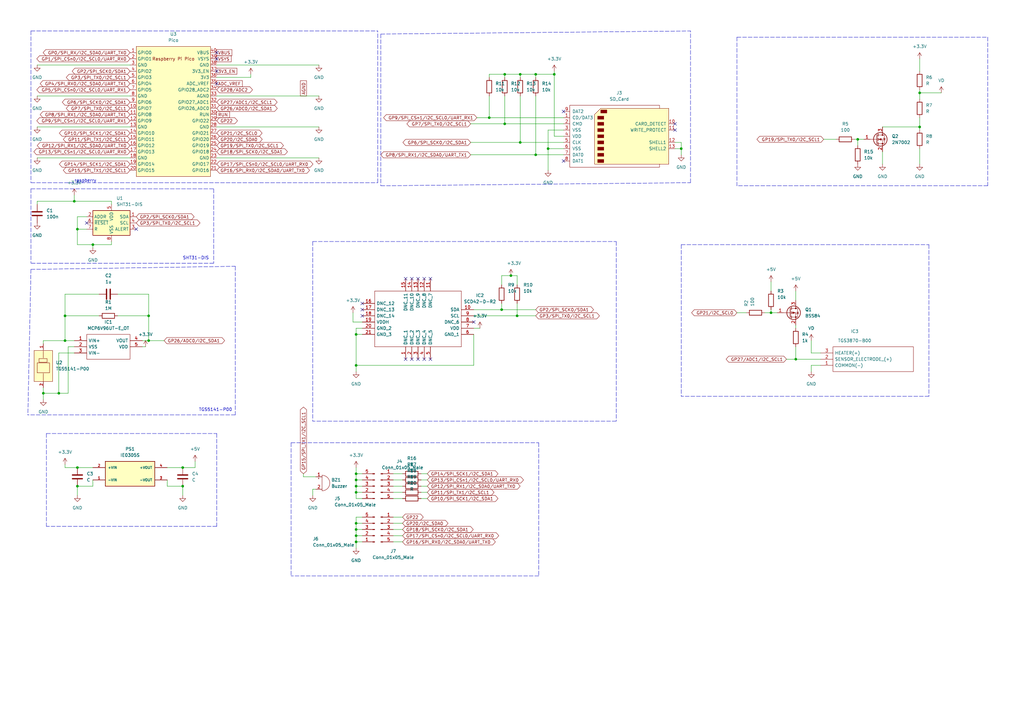
<source format=kicad_sch>
(kicad_sch (version 20211123) (generator eeschema)
  (paper "A3")
  (title_block (title "DL_main") (date "2022-10-11") (rev "0.1") (company "AGH"))
  (lib_symbols
    (symbol "Connector:Conn_01x05_Male" (pin_names (offset 1.016) hide)
      (property "Reference" "J" (at 0 7.62 0))
      (property "Value" "Conn_01x05_Male" (at 0 -7.62 0))
      (symbol "Conn_01x05_Male_1_1"
        (pin passive line (at 5.08 5.08 180) (length 3.81) (name "Pin_1") (number "1"))
        (pin passive line (at 5.08 2.54 180) (length 3.81) (name "Pin_2") (number "2"))
        (pin passive line (at 5.08 0 180) (length 3.81) (name "Pin_3") (number "3"))
        (pin passive line (at 5.08 -2.54 180) (length 3.81) (name "Pin_4") (number "4"))
        (pin passive line (at 5.08 -5.08 180) (length 3.81) (name "Pin_5") (number "5"))
      )
    )
    (symbol "Connector:SD_Card" (pin_names (offset 1.016))
      (property "Reference" "J" (at -16.51 13.97 0))
      (property "Value" "SD_Card" (at 15.24 -13.97 0))
      (symbol "SD_Card_1_1"
        (pin input line (at -22.86 7.62 0) (length 2.54) (name "CD/DAT3") (number "1"))
        (pin input line (at 22.86 5.08 180) (length 2.54) (name "CARD_DETECT") (number "10"))
        (pin input line (at 22.86 2.54 180) (length 2.54) (name "WRITE_PROTECT") (number "11"))
        (pin input line (at 22.86 -2.54 180) (length 2.54) (name "SHELL1") (number "12"))
        (pin input line (at 22.86 -5.08 180) (length 2.54) (name "SHELL2") (number "13"))
        (pin input line (at -22.86 5.08 0) (length 2.54) (name "CMD") (number "2"))
        (pin power_in line (at -22.86 2.54 0) (length 2.54) (name "VSS") (number "3"))
        (pin power_in line (at -22.86 0 0) (length 2.54) (name "VDD") (number "4"))
        (pin input line (at -22.86 -2.54 0) (length 2.54) (name "CLK") (number "5"))
        (pin power_in line (at -22.86 -5.08 0) (length 2.54) (name "VSS") (number "6"))
        (pin input line (at -22.86 -7.62 0) (length 2.54) (name "DAT0") (number "7"))
        (pin input line (at -22.86 -10.16 0) (length 2.54) (name "DAT1") (number "8"))
        (pin input line (at -22.86 10.16 0) (length 2.54) (name "DAT2") (number "9"))
      )
    )
    (symbol "Device:Buzzer" (pin_names (offset 0.0254) hide)
      (property "Reference" "BZ" (at 3.81 1.27 0))
      (property "Value" "Buzzer" (at 3.81 -1.27 0))
      (symbol "Buzzer_1_1"
        (pin passive line (at -2.54 2.54 0) (length 2.54) (name "-") (number "1"))
        (pin passive line (at -2.54 -2.54 0) (length 2.54) (name "+") (number "2"))
      )
    )
    (symbol "Device:C" (pin_numbers hide) (pin_names (offset 0.254))
      (property "Reference" "C" (at 0.635 2.54 0))
      (property "Value" "C" (at 0.635 -2.54 0))
      (symbol "C_1_1"
        (pin passive line (at 0 3.81 270) (length 2.794) (name "~") (number "1"))
        (pin passive line (at 0 -3.81 90) (length 2.794) (name "~") (number "2"))
      )
    )
    (symbol "Device:R" (pin_numbers hide) (pin_names (offset 0))
      (property "Reference" "R" (at 2.032 0 90))
      (property "Value" "R" (at 0 0 90))
      (symbol "R_1_1"
        (pin passive line (at 0 3.81 270) (length 1.27) (name "~") (number "1"))
        (pin passive line (at 0 -3.81 90) (length 1.27) (name "~") (number "2"))
      )
    )
    (symbol "IE0305S:IE0305S" (pin_names (offset 1.016))
      (property "Reference" "PS" (at -10.16 5.842 0))
      (property "Value" "IE0305S" (at -10.16 -7.62 0))
      (symbol "IE0305S_0_0"
        (pin input line (at -15.24 -2.54 0) (length 5.08) (name "-VIN") (number "1"))
        (pin input line (at -15.24 2.54 0) (length 5.08) (name "+VIN") (number "2"))
        (pin output line (at 15.24 -2.54 180) (length 5.08) (name "-VOUT") (number "3"))
        (pin output line (at 15.24 2.54 180) (length 5.08) (name "+VOUT") (number "4"))
      )
    )
    (symbol "MCP6V96UT-E_OT:MCP6V96UT-E_OT" (pin_names (offset 0.762))
      (property "Reference" "IC" (at 24.13 7.62 0))
      (property "Value" "MCP6V96UT-E_OT" (at 24.13 5.08 0))
      (symbol "MCP6V96UT-E_OT_0_0"
        (pin passive line (at 0 0 0) (length 5.08) (name "VIN+") (number "1"))
        (pin passive line (at 0 -2.54 0) (length 5.08) (name "VSS") (number "2"))
        (pin passive line (at 0 -5.08 0) (length 5.08) (name "VIN-") (number "3"))
        (pin passive line (at 27.94 0 180) (length 5.08) (name "VOUT") (number "4"))
        (pin passive line (at 27.94 -2.54 180) (length 5.08) (name "VDD") (number "5"))
      )
    )
    (symbol "MCU_RaspberryPi_and_Boards:Pico"
      (property "Reference" "U" (at -13.97 27.94 0))
      (property "Value" "Pico" (at 0 19.05 0))
      (symbol "Pico_0_0"
        (text "Raspberry Pi Pico" (at 0 21.59 0) (effects (font (size 1.27 1.27))))
      )
      (symbol "Pico_1_1"
        (pin bidirectional line (at -17.78 24.13 0) (length 2.54) (name "GPIO0") (number "1"))
        (pin bidirectional line (at -17.78 1.27 0) (length 2.54) (name "GPIO7") (number "10"))
        (pin bidirectional line (at -17.78 -1.27 0) (length 2.54) (name "GPIO8") (number "11"))
        (pin bidirectional line (at -17.78 -3.81 0) (length 2.54) (name "GPIO9") (number "12"))
        (pin power_in line (at -17.78 -6.35 0) (length 2.54) (name "GND") (number "13"))
        (pin bidirectional line (at -17.78 -8.89 0) (length 2.54) (name "GPIO10") (number "14"))
        (pin bidirectional line (at -17.78 -11.43 0) (length 2.54) (name "GPIO11") (number "15"))
        (pin bidirectional line (at -17.78 -13.97 0) (length 2.54) (name "GPIO12") (number "16"))
        (pin bidirectional line (at -17.78 -16.51 0) (length 2.54) (name "GPIO13") (number "17"))
        (pin power_in line (at -17.78 -19.05 0) (length 2.54) (name "GND") (number "18"))
        (pin bidirectional line (at -17.78 -21.59 0) (length 2.54) (name "GPIO14") (number "19"))
        (pin bidirectional line (at -17.78 21.59 0) (length 2.54) (name "GPIO1") (number "2"))
        (pin bidirectional line (at -17.78 -24.13 0) (length 2.54) (name "GPIO15") (number "20"))
        (pin bidirectional line (at 17.78 -24.13 180) (length 2.54) (name "GPIO16") (number "21"))
        (pin bidirectional line (at 17.78 -21.59 180) (length 2.54) (name "GPIO17") (number "22"))
        (pin power_in line (at 17.78 -19.05 180) (length 2.54) (name "GND") (number "23"))
        (pin bidirectional line (at 17.78 -16.51 180) (length 2.54) (name "GPIO18") (number "24"))
        (pin bidirectional line (at 17.78 -13.97 180) (length 2.54) (name "GPIO19") (number "25"))
        (pin bidirectional line (at 17.78 -11.43 180) (length 2.54) (name "GPIO20") (number "26"))
        (pin bidirectional line (at 17.78 -8.89 180) (length 2.54) (name "GPIO21") (number "27"))
        (pin power_in line (at 17.78 -6.35 180) (length 2.54) (name "GND") (number "28"))
        (pin bidirectional line (at 17.78 -3.81 180) (length 2.54) (name "GPIO22") (number "29"))
        (pin power_in line (at -17.78 19.05 0) (length 2.54) (name "GND") (number "3"))
        (pin input line (at 17.78 -1.27 180) (length 2.54) (name "RUN") (number "30"))
        (pin bidirectional line (at 17.78 1.27 180) (length 2.54) (name "GPIO26_ADC0") (number "31"))
        (pin bidirectional line (at 17.78 3.81 180) (length 2.54) (name "GPIO27_ADC1") (number "32"))
        (pin power_in line (at 17.78 6.35 180) (length 2.54) (name "AGND") (number "33"))
        (pin bidirectional line (at 17.78 8.89 180) (length 2.54) (name "GPIO28_ADC2") (number "34"))
        (pin power_in line (at 17.78 11.43 180) (length 2.54) (name "ADC_VREF") (number "35"))
        (pin power_in line (at 17.78 13.97 180) (length 2.54) (name "3V3") (number "36"))
        (pin input line (at 17.78 16.51 180) (length 2.54) (name "3V3_EN") (number "37"))
        (pin bidirectional line (at 17.78 19.05 180) (length 2.54) (name "GND") (number "38"))
        (pin power_in line (at 17.78 21.59 180) (length 2.54) (name "VSYS") (number "39"))
        (pin bidirectional line (at -17.78 16.51 0) (length 2.54) (name "GPIO2") (number "4"))
        (pin power_in line (at 17.78 24.13 180) (length 2.54) (name "VBUS") (number "40"))
        (pin bidirectional line (at -17.78 13.97 0) (length 2.54) (name "GPIO3") (number "5"))
        (pin bidirectional line (at -17.78 11.43 0) (length 2.54) (name "GPIO4") (number "6"))
        (pin bidirectional line (at -17.78 8.89 0) (length 2.54) (name "GPIO5") (number "7"))
        (pin power_in line (at -17.78 6.35 0) (length 2.54) (name "GND") (number "8"))
        (pin bidirectional line (at -17.78 3.81 0) (length 2.54) (name "GPIO6") (number "9"))
      )
    )
    (symbol "SCD42-D-R2:SCD42-D-R2" (pin_names (offset 0.762))
      (property "Reference" "IC" (at 29.21 17.78 0))
      (property "Value" "SCD42-D-R2" (at 29.21 15.24 0))
      (symbol "SCD42-D-R2_0_0"
        (pin passive line (at 0 0 0) (length 5.08) (name "DNC_1") (number "1"))
        (pin passive line (at 20.32 -27.94 90) (length 5.08) (name "SDA") (number "10"))
        (pin passive line (at 33.02 -10.16 180) (length 5.08) (name "DNC_7") (number "11"))
        (pin passive line (at 33.02 -7.62 180) (length 5.08) (name "DNC_8") (number "12"))
        (pin passive line (at 33.02 -5.08 180) (length 5.08) (name "DNC_9") (number "13"))
        (pin passive line (at 33.02 -2.54 180) (length 5.08) (name "DNC_10") (number "14"))
        (pin passive line (at 33.02 0 180) (length 5.08) (name "DNC_11") (number "15"))
        (pin passive line (at 22.86 17.78 270) (length 5.08) (name "DNC_12") (number "16"))
        (pin passive line (at 20.32 17.78 270) (length 5.08) (name "DNC_13") (number "17"))
        (pin passive line (at 17.78 17.78 270) (length 5.08) (name "DNC_14") (number "18"))
        (pin passive line (at 15.24 17.78 270) (length 5.08) (name "VDDH") (number "19"))
        (pin passive line (at 0 -2.54 0) (length 5.08) (name "DNC_2") (number "2"))
        (pin passive line (at 12.7 17.78 270) (length 5.08) (name "GND_2") (number "20"))
        (pin passive line (at 10.16 17.78 270) (length 5.08) (name "GND_3") (number "21"))
        (pin passive line (at 0 -5.08 0) (length 5.08) (name "DNC_3") (number "3"))
        (pin passive line (at 0 -7.62 0) (length 5.08) (name "DNC_4") (number "4"))
        (pin passive line (at 0 -10.16 0) (length 5.08) (name "DNC_5") (number "5"))
        (pin passive line (at 10.16 -27.94 90) (length 5.08) (name "GND_1") (number "6"))
        (pin passive line (at 12.7 -27.94 90) (length 5.08) (name "VDD") (number "7"))
        (pin passive line (at 15.24 -27.94 90) (length 5.08) (name "DNC_6") (number "8"))
        (pin passive line (at 17.78 -27.94 90) (length 5.08) (name "SCL") (number "9"))
      )
    )
    (symbol "Sensor_Humidity:SHT31-DIS"
      (property "Reference" "U" (at -6.35 6.35 0))
      (property "Value" "SHT31-DIS" (at 6.35 6.35 0))
      (symbol "SHT31-DIS_1_1"
        (pin bidirectional line (at 10.16 2.54 180) (length 2.54) (name "SDA") (number "1"))
        (pin input line (at -10.16 2.54 0) (length 2.54) (name "ADDR") (number "2"))
        (pin output line (at 10.16 -2.54 180) (length 2.54) (name "ALERT") (number "3"))
        (pin input line (at 10.16 0 180) (length 2.54) (name "SCL") (number "4"))
        (pin power_in line (at 0 7.62 270) (length 2.54) (name "VDD") (number "5"))
        (pin input line (at -10.16 0 0) (length 2.54) (name "~{RESET}") (number "6"))
        (pin passive line (at -10.16 -2.54 0) (length 2.54) (name "R") (number "7"))
        (pin power_in line (at 0 -7.62 90) (length 2.54) (name "VSS") (number "8"))
        (pin passive line (at 0 -7.62 90) (length 2.54) hide (name "VSS") (number "9"))
      )
    )
    (symbol "TGS3870-B00:TGS3870-B00" (pin_names (offset 0.762))
      (property "Reference" "IC" (at 39.37 7.62 0))
      (property "Value" "TGS3870-B00" (at 39.37 5.08 0))
      (symbol "TGS3870-B00_0_0"
        (pin passive line (at 0 0 0) (length 5.08) (name "COMMON(-)") (number "1"))
        (pin passive line (at 0 -2.54 0) (length 5.08) (name "SENSOR_ELECTRODE_(+)") (number "2"))
        (pin passive line (at 0 -5.08 0) (length 5.08) (name "HEATER(+)") (number "3"))
      )
    )
    (symbol "TGS5141-P00:TGS5141-P00" (pin_names (offset 1.016))
      (property "Reference" "U" (at 0 7.62 0))
      (property "Value" "TGS5141-P00" (at 0 10.16 0))
      (symbol "TGS5141-P00_1_1"
        (pin passive line (at 20.574 0 180) (length 2.54) (name "Working") (number "1"))
        (pin passive line (at 2.54 0 0) (length 2.54) (name "Counter") (number "2"))
      )
    )
    (symbol "Transistor_FET:2N7002" (pin_names hide)
      (property "Reference" "Q" (at 5.08 1.905 0))
      (property "Value" "2N7002" (at 5.08 0 0))
      (symbol "2N7002_1_1"
        (pin input line (at -5.08 0 0) (length 2.54) (name "G") (number "1"))
        (pin passive line (at 2.54 -5.08 90) (length 2.54) (name "S") (number "2"))
        (pin passive line (at 2.54 5.08 270) (length 2.54) (name "D") (number "3"))
      )
    )
    (symbol "Transistor_FET:BSS84" (pin_names hide)
      (property "Reference" "Q" (at 5.08 1.905 0))
      (property "Value" "BSS84" (at 5.08 0 0))
      (symbol "BSS84_1_1"
        (pin input line (at -5.08 0 0) (length 2.54) (name "G") (number "1"))
        (pin passive line (at 2.54 -5.08 90) (length 2.54) (name "S") (number "2"))
        (pin passive line (at 2.54 5.08 270) (length 2.54) (name "D") (number "3"))
      )
    )
    (symbol "power:+3.3V" (power) (pin_names (offset 0))
      (property "Value" "+3.3V" (at 0 3.556 0))
      (symbol "+3.3V_1_1"
        (pin power_in line (at 0 0 90) (length 0) hide (name "+3.3V") (number "1"))
      )
    )
    (symbol "power:+5V" (power) (pin_names (offset 0))
      (property "Value" "+5V" (at 0 3.556 0))
      (symbol "+5V_1_1"
        (pin power_in line (at 0 0 90) (length 0) hide (name "+5V") (number "1"))
      )
    )
    (symbol "power:GND" (power) (pin_names (offset 0))
      (property "Value" "GND" (at 0 -3.81 0))
      (symbol "GND_1_1"
        (pin power_in line (at 0 0 270) (length 0) hide (name "GND") (number "1"))
      )
    )
    (symbol "power:VD" (power) (pin_names (offset 0))
      (property "Value" "VD" (at 0 3.81 0))
      (symbol "VD_1_1"
        (pin power_in line (at 0 0 90) (length 0) hide (name "VD") (number "1"))
      )
    )
  )
  (junction (at 200.66 48.26))
  (junction (at 219.71 63.5))
  (junction (at 146.05 214.63))
  (junction (at 38.1 100.33))
  (junction (at 146.05 219.71))
  (junction (at 17.78 161.29))
  (junction (at 146.05 201.93))
  (junction (at 26.67 129.54))
  (junction (at 227.33 30.48))
  (junction (at 146.05 194.31))
  (junction (at 146.05 149.86))
  (junction (at 224.79 60.96))
  (junction (at 31.75 93.98))
  (junction (at 146.05 217.17))
  (junction (at 326.39 147.32))
  (junction (at 60.96 139.7))
  (junction (at 212.09 129.54))
  (junction (at 60.96 129.54))
  (junction (at 146.05 199.39))
  (junction (at 213.36 30.48))
  (junction (at 377.19 52.07))
  (junction (at 316.23 128.27))
  (junction (at 31.75 199.39))
  (junction (at 205.74 127))
  (junction (at 219.71 30.48))
  (junction (at 74.93 191.77))
  (junction (at 207.01 30.48))
  (junction (at 31.75 191.77))
  (junction (at 279.4 60.96))
  (junction (at 146.05 196.85))
  (junction (at 207.01 50.8))
  (junction (at 146.05 137.16))
  (junction (at 146.05 222.25))
  (junction (at 209.55 113.03))
  (junction (at 30.48 82.55))
  (junction (at 213.36 58.42))
  (junction (at 74.93 199.39))
  (junction (at 351.79 57.15))
  (junction (at 24.13 161.29))
  (junction (at 26.67 139.7))
  (junction (at 377.19 38.1))
  (no_connect (at 148.59 124.46))
  (no_connect (at 148.59 127))
  (no_connect (at 148.59 129.54))
  (no_connect (at 166.37 147.32))
  (no_connect (at 168.91 147.32))
  (no_connect (at 171.45 147.32))
  (no_connect (at 173.99 147.32))
  (no_connect (at 171.45 114.3))
  (no_connect (at 168.91 114.3))
  (no_connect (at 166.37 114.3))
  (no_connect (at 173.99 114.3))
  (no_connect (at 176.53 114.3))
  (no_connect (at 176.53 147.32))
  (no_connect (at 194.31 132.08))
  (no_connect (at 35.56 91.44))
  (no_connect (at 55.88 93.98))
  (no_connect (at 88.9 21.59))
  (no_connect (at 88.9 24.13))
  (no_connect (at 88.9 29.21))
  (no_connect (at 88.9 34.29))
  (no_connect (at 276.86 53.34))
  (no_connect (at 276.86 50.8))
  (no_connect (at 231.14 45.72))
  (no_connect (at 231.14 66.04))
  (polyline (pts (xy 128.27 99.06) (xy 128.27 172.72)))
  (wire (pts (xy 60.96 129.54) (xy 60.96 139.7)))
  (wire (pts (xy 26.67 129.54) (xy 26.67 139.7)))
  (wire (pts (xy 207.01 31.75) (xy 207.01 30.48)))
  (wire (pts (xy 144.78 132.08) (xy 144.78 128.27)))
  (wire (pts (xy 194.31 134.62) (xy 196.85 134.62)))
  (wire (pts (xy 279.4 58.42) (xy 279.4 60.96)))
  (wire (pts (xy 377.19 36.83) (xy 377.19 38.1)))
  (wire (pts (xy 194.31 137.16) (xy 194.31 149.86)))
  (polyline (pts (xy 12.7 110.49) (xy 11.43 170.18)))
  (polyline (pts (xy 381 100.33) (xy 381 162.56)))
  (wire (pts (xy 27.94 142.24) (xy 27.94 161.29)))
  (wire (pts (xy 15.24 83.82) (xy 15.24 82.55)))
  (wire (pts (xy 124.46 195.58) (xy 129.54 195.58)))
  (polyline (pts (xy 252.73 172.72) (xy 128.27 172.72)))
  (wire (pts (xy 30.48 80.01) (xy 30.48 82.55)))
  (wire (pts (xy 48.26 129.54) (xy 60.96 129.54)))
  (wire (pts (xy 351.79 57.15) (xy 354.33 57.15)))
  (wire (pts (xy 146.05 196.85) (xy 146.05 199.39)))
  (wire (pts (xy 68.58 191.77) (xy 74.93 191.77)))
  (polyline (pts (xy 12.7 74.93) (xy 154.94 74.93)))
  (wire (pts (xy 146.05 222.25) (xy 146.05 224.79)))
  (polyline (pts (xy 279.4 100.33) (xy 381 100.33)))
  (wire (pts (xy 316.23 128.27) (xy 318.77 128.27)))
  (wire (pts (xy 124.46 194.31) (xy 124.46 195.58)))
  (wire (pts (xy 172.72 204.47) (xy 175.26 204.47)))
  (wire (pts (xy 148.59 204.47) (xy 146.05 204.47)))
  (wire (pts (xy 146.05 217.17) (xy 146.05 219.71)))
  (wire (pts (xy 146.05 137.16) (xy 146.05 149.86)))
  (wire (pts (xy 30.48 139.7) (xy 26.67 139.7)))
  (wire (pts (xy 26.67 190.5) (xy 26.67 191.77)))
  (wire (pts (xy 213.36 58.42) (xy 231.14 58.42)))
  (polyline (pts (xy 19.05 177.8) (xy 19.05 215.9)))
  (wire (pts (xy 60.96 120.65) (xy 60.96 129.54)))
  (wire (pts (xy 161.29 196.85) (xy 165.1 196.85)))
  (wire (pts (xy 146.05 196.85) (xy 148.59 196.85)))
  (wire (pts (xy 146.05 201.93) (xy 146.05 204.47)))
  (polyline (pts (xy 154.94 74.93) (xy 154.94 12.7)))
  (wire (pts (xy 102.87 30.48) (xy 102.87 31.75)))
  (wire (pts (xy 88.9 39.37) (xy 130.81 39.37)))
  (wire (pts (xy 302.26 128.27) (xy 306.07 128.27)))
  (polyline (pts (xy 12.7 12.7) (xy 154.94 12.7)))
  (wire (pts (xy 332.74 149.86) (xy 336.55 149.86)))
  (wire (pts (xy 212.09 129.54) (xy 219.71 129.54)))
  (wire (pts (xy 48.26 120.65) (xy 60.96 120.65)))
  (polyline (pts (xy 12.7 110.49) (xy 96.52 109.22)))
  (wire (pts (xy 205.74 124.46) (xy 205.74 127)))
  (polyline (pts (xy 279.4 100.33) (xy 279.4 162.56)))
  (wire (pts (xy 88.9 52.07) (xy 130.81 52.07)))
  (wire (pts (xy 15.24 26.67) (xy 53.34 26.67)))
  (wire (pts (xy 193.04 50.8) (xy 207.01 50.8)))
  (polyline (pts (xy 96.52 170.18) (xy 11.43 170.18)))
  (wire (pts (xy 172.72 194.31) (xy 175.26 194.31)))
  (wire (pts (xy 377.19 38.1) (xy 386.08 38.1)))
  (polyline (pts (xy 88.9 215.9) (xy 19.05 215.9)))
  (wire (pts (xy 227.33 30.48) (xy 227.33 55.88)))
  (polyline (pts (xy 405.13 15.24) (xy 405.13 76.2)))
  (wire (pts (xy 17.78 139.7) (xy 26.67 139.7)))
  (wire (pts (xy 212.09 116.84) (xy 212.09 113.03)))
  (wire (pts (xy 316.23 115.57) (xy 316.23 119.38)))
  (wire (pts (xy 377.19 48.26) (xy 377.19 52.07)))
  (wire (pts (xy 205.74 113.03) (xy 209.55 113.03)))
  (wire (pts (xy 276.86 58.42) (xy 279.4 58.42)))
  (polyline (pts (xy 87.63 77.47) (xy 87.63 107.95)))
  (wire (pts (xy 38.1 100.33) (xy 45.72 100.33)))
  (wire (pts (xy 31.75 88.9) (xy 31.75 93.98)))
  (wire (pts (xy 161.29 204.47) (xy 165.1 204.47)))
  (wire (pts (xy 146.05 134.62) (xy 146.05 137.16)))
  (wire (pts (xy 195.58 48.26) (xy 200.66 48.26)))
  (wire (pts (xy 161.29 217.17) (xy 165.1 217.17)))
  (wire (pts (xy 146.05 219.71) (xy 148.59 219.71)))
  (wire (pts (xy 146.05 201.93) (xy 148.59 201.93)))
  (wire (pts (xy 80.01 191.77) (xy 80.01 189.23)))
  (wire (pts (xy 15.24 64.77) (xy 53.34 64.77)))
  (wire (pts (xy 15.24 52.07) (xy 53.34 52.07)))
  (wire (pts (xy 161.29 219.71) (xy 165.1 219.71)))
  (wire (pts (xy 31.75 93.98) (xy 31.75 100.33)))
  (wire (pts (xy 88.9 64.77) (xy 130.81 64.77)))
  (polyline (pts (xy 87.63 107.95) (xy 12.7 107.95)))
  (wire (pts (xy 326.39 147.32) (xy 336.55 147.32)))
  (wire (pts (xy 31.75 199.39) (xy 31.75 203.2)))
  (wire (pts (xy 161.29 201.93) (xy 165.1 201.93)))
  (wire (pts (xy 313.69 128.27) (xy 316.23 128.27)))
  (wire (pts (xy 194.31 129.54) (xy 212.09 129.54)))
  (wire (pts (xy 146.05 194.31) (xy 146.05 196.85)))
  (wire (pts (xy 172.72 201.93) (xy 175.26 201.93)))
  (wire (pts (xy 31.75 191.77) (xy 38.1 191.77)))
  (wire (pts (xy 68.58 199.39) (xy 74.93 199.39)))
  (wire (pts (xy 332.74 139.7) (xy 332.74 144.78)))
  (polyline (pts (xy 88.9 177.8) (xy 88.9 215.9)))
  (wire (pts (xy 219.71 31.75) (xy 219.71 30.48)))
  (wire (pts (xy 227.33 55.88) (xy 231.14 55.88)))
  (wire (pts (xy 146.05 222.25) (xy 148.59 222.25)))
  (wire (pts (xy 200.66 30.48) (xy 207.01 30.48)))
  (wire (pts (xy 30.48 142.24) (xy 27.94 142.24)))
  (wire (pts (xy 227.33 29.21) (xy 227.33 30.48)))
  (wire (pts (xy 224.79 53.34) (xy 224.79 60.96)))
  (wire (pts (xy 45.72 99.06) (xy 45.72 100.33)))
  (wire (pts (xy 60.96 139.7) (xy 67.31 139.7)))
  (wire (pts (xy 17.78 159.004) (xy 17.78 161.29)))
  (wire (pts (xy 172.72 196.85) (xy 175.26 196.85)))
  (wire (pts (xy 207.01 50.8) (xy 231.14 50.8)))
  (polyline (pts (xy 128.27 99.06) (xy 252.73 99.06)))
  (wire (pts (xy 38.1 196.85) (xy 38.1 199.39)))
  (wire (pts (xy 351.79 57.15) (xy 351.79 59.69)))
  (wire (pts (xy 276.86 60.96) (xy 279.4 60.96)))
  (wire (pts (xy 161.29 214.63) (xy 165.1 214.63)))
  (wire (pts (xy 17.78 161.29) (xy 17.78 163.83)))
  (wire (pts (xy 40.64 120.65) (xy 26.67 120.65)))
  (wire (pts (xy 161.29 222.25) (xy 165.1 222.25)))
  (wire (pts (xy 146.05 199.39) (xy 148.59 199.39)))
  (wire (pts (xy 146.05 219.71) (xy 146.05 222.25)))
  (wire (pts (xy 316.23 128.27) (xy 316.23 127)))
  (wire (pts (xy 213.36 30.48) (xy 219.71 30.48)))
  (polyline (pts (xy 220.98 236.22) (xy 119.38 236.22)))
  (wire (pts (xy 213.36 39.37) (xy 213.36 58.42)))
  (wire (pts (xy 212.09 124.46) (xy 212.09 129.54)))
  (wire (pts (xy 213.36 31.75) (xy 213.36 30.48)))
  (polyline (pts (xy 405.13 76.2) (xy 302.26 76.2)))
  (wire (pts (xy 200.66 39.37) (xy 200.66 48.26)))
  (polyline (pts (xy 156.21 76.2) (xy 283.21 74.93)))
  (wire (pts (xy 148.59 132.08) (xy 144.78 132.08)))
  (wire (pts (xy 377.19 24.13) (xy 377.19 29.21)))
  (wire (pts (xy 129.54 200.66) (xy 128.27 200.66)))
  (wire (pts (xy 332.74 149.86) (xy 332.74 152.4)))
  (wire (pts (xy 161.29 212.09) (xy 165.1 212.09)))
  (wire (pts (xy 102.87 31.75) (xy 88.9 31.75)))
  (wire (pts (xy 146.05 217.17) (xy 148.59 217.17)))
  (wire (pts (xy 30.48 144.78) (xy 24.13 144.78)))
  (wire (pts (xy 35.56 88.9) (xy 31.75 88.9)))
  (wire (pts (xy 74.93 191.77) (xy 80.01 191.77)))
  (wire (pts (xy 219.71 39.37) (xy 219.71 63.5)))
  (polyline (pts (xy 119.38 181.61) (xy 119.38 236.22)))
  (wire (pts (xy 17.78 140.97) (xy 17.78 139.7)))
  (wire (pts (xy 38.1 100.33) (xy 38.1 101.6)))
  (wire (pts (xy 15.24 39.37) (xy 53.34 39.37)))
  (polyline (pts (xy 220.98 181.61) (xy 220.98 236.22)))
  (wire (pts (xy 146.05 137.16) (xy 148.59 137.16)))
  (wire (pts (xy 38.1 199.39) (xy 31.75 199.39)))
  (wire (pts (xy 74.93 199.39) (xy 74.93 203.2)))
  (polyline (pts (xy 12.7 77.47) (xy 87.63 77.47)))
  (wire (pts (xy 88.9 26.67) (xy 130.81 26.67)))
  (wire (pts (xy 31.75 100.33) (xy 38.1 100.33)))
  (wire (pts (xy 68.58 196.85) (xy 68.58 199.39)))
  (wire (pts (xy 219.71 30.48) (xy 227.33 30.48)))
  (wire (pts (xy 200.66 48.26) (xy 231.14 48.26)))
  (wire (pts (xy 337.82 57.15) (xy 342.9 57.15)))
  (wire (pts (xy 326.39 142.24) (xy 326.39 147.32)))
  (wire (pts (xy 326.39 133.35) (xy 326.39 134.62)))
  (wire (pts (xy 207.01 39.37) (xy 207.01 50.8)))
  (wire (pts (xy 24.13 161.29) (xy 27.94 161.29)))
  (wire (pts (xy 194.31 127) (xy 205.74 127)))
  (wire (pts (xy 205.74 127) (xy 219.71 127)))
  (wire (pts (xy 24.13 161.29) (xy 17.78 161.29)))
  (wire (pts (xy 193.04 58.42) (xy 213.36 58.42)))
  (polyline (pts (xy 19.05 177.8) (xy 88.9 177.8)))
  (wire (pts (xy 212.09 113.03) (xy 209.55 113.03)))
  (polyline (pts (xy 156.21 13.97) (xy 156.21 76.2)))
  (wire (pts (xy 193.04 63.5) (xy 219.71 63.5)))
  (wire (pts (xy 45.72 82.55) (xy 45.72 83.82)))
  (wire (pts (xy 207.01 30.48) (xy 213.36 30.48)))
  (wire (pts (xy 172.72 199.39) (xy 175.26 199.39)))
  (wire (pts (xy 161.29 194.31) (xy 165.1 194.31)))
  (wire (pts (xy 15.24 82.55) (xy 30.48 82.55)))
  (wire (pts (xy 146.05 149.86) (xy 146.05 152.4)))
  (wire (pts (xy 148.59 212.09) (xy 146.05 212.09)))
  (wire (pts (xy 128.27 200.66) (xy 128.27 203.2)))
  (wire (pts (xy 26.67 191.77) (xy 31.75 191.77)))
  (wire (pts (xy 31.75 93.98) (xy 35.56 93.98)))
  (wire (pts (xy 146.05 214.63) (xy 146.05 217.17)))
  (wire (pts (xy 224.79 60.96) (xy 224.79 69.85)))
  (wire (pts (xy 219.71 63.5) (xy 231.14 63.5)))
  (polyline (pts (xy 381 162.56) (xy 279.4 162.56)))
  (wire (pts (xy 205.74 116.84) (xy 205.74 113.03)))
  (wire (pts (xy 146.05 212.09) (xy 146.05 214.63)))
  (wire (pts (xy 322.58 147.32) (xy 326.39 147.32)))
  (wire (pts (xy 224.79 60.96) (xy 231.14 60.96)))
  (polyline (pts (xy 302.26 15.24) (xy 405.13 15.24)))
  (wire (pts (xy 26.67 120.65) (xy 26.67 129.54)))
  (wire (pts (xy 161.29 199.39) (xy 165.1 199.39)))
  (wire (pts (xy 326.39 119.38) (xy 326.39 123.19)))
  (wire (pts (xy 200.66 31.75) (xy 200.66 30.48)))
  (wire (pts (xy 361.95 62.23) (xy 361.95 67.31)))
  (wire (pts (xy 194.31 149.86) (xy 146.05 149.86)))
  (wire (pts (xy 231.14 53.34) (xy 224.79 53.34)))
  (wire (pts (xy 350.52 57.15) (xy 351.79 57.15)))
  (wire (pts (xy 58.42 142.24) (xy 59.69 142.24)))
  (wire (pts (xy 58.42 139.7) (xy 60.96 139.7)))
  (wire (pts (xy 146.05 191.77) (xy 146.05 194.31)))
  (polyline (pts (xy 12.7 77.47) (xy 12.7 107.95)))
  (polyline (pts (xy 12.7 12.7) (xy 12.7 74.93)))
  (wire (pts (xy 30.48 82.55) (xy 45.72 82.55)))
  (polyline (pts (xy 283.21 74.93) (xy 283.21 12.7)))
  (wire (pts (xy 332.74 144.78) (xy 336.55 144.78)))
  (wire (pts (xy 40.64 129.54) (xy 26.67 129.54)))
  (wire (pts (xy 24.13 144.78) (xy 24.13 161.29)))
  (polyline (pts (xy 252.73 99.06) (xy 252.73 172.72)))
  (wire (pts (xy 377.19 60.96) (xy 377.19 67.31)))
  (polyline (pts (xy 302.26 15.24) (xy 302.26 76.2)))
  (wire (pts (xy 146.05 214.63) (xy 148.59 214.63)))
  (polyline (pts (xy 96.52 109.22) (xy 96.52 170.18)))
  (wire (pts (xy 279.4 60.96) (xy 279.4 63.5)))
  (wire (pts (xy 148.59 134.62) (xy 146.05 134.62)))
  (wire (pts (xy 146.05 199.39) (xy 146.05 201.93)))
  (polyline (pts (xy 156.21 13.97) (xy 283.21 12.7)))
  (wire (pts (xy 361.95 52.07) (xy 377.19 52.07)))
  (polyline (pts (xy 119.38 181.61) (xy 220.98 181.61)))
  (wire (pts (xy 148.59 194.31) (xy 146.05 194.31)))
  (wire (pts (xy 377.19 52.07) (xy 377.19 53.34)))
  (wire (pts (xy 377.19 38.1) (xy 377.19 40.64)))
  (text "\nraspberry" (at 30.48 74.93 0) (effects (font (size 1.27 1.27)) (justify left bottom)))
  (text "TGS5141-P00" (at 95.25 168.91 180) (effects (font (size 1.27 1.27)) (justify right bottom)))
  (text "SHT31-DIS" (at 74.93 106.68 0) (effects (font (size 1.27 1.27)) (justify left bottom)))
  (global_label "GP27{slash}ADC1{slash}I2C_SCL1" (shape bidirectional) (at 322.58 147.32 180) (property "Intersheet References" "${INTERSHEET_REFS}" (effects hide)))
  (global_label "GP1{slash}SPI_CSn0{slash}I2C_SCL0{slash}UART_RX0" (shape bidirectional) (at 53.34 24.13 180) (property "Intersheet References" "${INTERSHEET_REFS}" (effects hide)))
  (global_label "GP15{slash}SPI_TX1{slash}I2C_SCL1" (shape bidirectional) (at 53.34 69.85 180) (property "Intersheet References" "${INTERSHEET_REFS}" (effects hide)))
  (global_label "3V3_EN" (shape passive) (at 88.9 29.21 0) (property "Intersheet References" "${INTERSHEET_REFS}" (effects hide)))
  (global_label "GP20{slash}I2C_SDA0" (shape bidirectional) (at 88.9 57.15 0) (property "Intersheet References" "${INTERSHEET_REFS}" (effects hide)))
  (global_label "GP26{slash}ADC0{slash}I2C_SDA1" (shape bidirectional) (at 88.9 44.45 0) (property "Intersheet References" "${INTERSHEET_REFS}" (effects hide)))
  (global_label "GP9{slash}SPI_CSn1{slash}I2C_SCL0{slash}UART_RX1" (shape bidirectional) (at 195.58 48.26 180) (property "Intersheet References" "${INTERSHEET_REFS}" (effects hide)))
  (global_label "GP6{slash}SPI_SCK0{slash}I2C_SDA1" (shape bidirectional) (at 193.04 58.42 180) (property "Intersheet References" "${INTERSHEET_REFS}" (effects hide)))
  (global_label "GP11{slash}SPI_TX1{slash}I2C_SCL1" (shape bidirectional) (at 53.34 57.15 180) (property "Intersheet References" "${INTERSHEET_REFS}" (effects hide)))
  (global_label "GP16{slash}SPI_RX0{slash}I2C_SDA0{slash}UART_TX0" (shape bidirectional) (at 88.9 69.85 0) (property "Intersheet References" "${INTERSHEET_REFS}" (effects hide)))
  (global_label "AGND" (shape passive) (at 124.46 39.37 90) (property "Intersheet References" "${INTERSHEET_REFS}" (effects hide)))
  (global_label "GP2{slash}SPI_SCK0{slash}SDA1" (shape bidirectional) (at 53.34 29.21 180) (property "Intersheet References" "${INTERSHEET_REFS}" (effects hide)))
  (global_label "GP18{slash}SPI_SCK0{slash}I2C_SDA1" (shape bidirectional) (at 88.9 62.23 0) (property "Intersheet References" "${INTERSHEET_REFS}" (effects hide)))
  (global_label "GP4{slash}SPI_RX0{slash}I2C_SDA0{slash}UART_TX1" (shape bidirectional) (at 53.34 34.29 180) (property "Intersheet References" "${INTERSHEET_REFS}" (effects hide)))
  (global_label "GP6{slash}SPI_SCK0{slash}I2C_SDA1" (shape bidirectional) (at 53.34 41.91 180) (property "Intersheet References" "${INTERSHEET_REFS}" (effects hide)))
  (global_label "GP28{slash}ADC2" (shape bidirectional) (at 88.9 36.83 0) (property "Intersheet References" "${INTERSHEET_REFS}" (effects hide)))
  (global_label "GP3{slash}SPI_TX0{slash}I2C_SCL1" (shape bidirectional) (at 219.71 129.54 0) (property "Intersheet References" "${INTERSHEET_REFS}" (effects hide)))
  (global_label "GP0{slash}SPI_RX{slash}I2C_SDA0{slash}UART_TX0" (shape bidirectional) (at 53.34 21.59 180) (property "Intersheet References" "${INTERSHEET_REFS}" (effects hide)))
  (global_label "GP14{slash}SPI_SCK1{slash}I2C_SDA1" (shape bidirectional) (at 175.26 194.31 0) (property "Intersheet References" "${INTERSHEET_REFS}" (effects hide)))
  (global_label "GP9{slash}SPI_CSn1{slash}I2C_SCL0{slash}UART_RX1" (shape bidirectional) (at 53.34 49.53 180) (property "Intersheet References" "${INTERSHEET_REFS}" (effects hide)))
  (global_label "GP19{slash}SPI_TX0{slash}I2C_SCL1" (shape bidirectional) (at 88.9 59.69 0) (property "Intersheet References" "${INTERSHEET_REFS}" (effects hide)))
  (global_label "GP3{slash}SPI_TX0{slash}I2C_SCL1" (shape bidirectional) (at 55.88 91.44 0) (property "Intersheet References" "${INTERSHEET_REFS}" (effects hide)))
  (global_label "GP16{slash}SPI_RX0{slash}I2C_SDA0{slash}UART_TX0" (shape bidirectional) (at 165.1 222.25 0) (property "Intersheet References" "${INTERSHEET_REFS}" (effects hide)))
  (global_label "GP21{slash}I2C_SCL0" (shape bidirectional) (at 88.9 54.61 0) (property "Intersheet References" "${INTERSHEET_REFS}" (effects hide)))
  (global_label "GP10{slash}SPI_SCK1{slash}I2C_SDA1" (shape bidirectional) (at 53.34 54.61 180) (property "Intersheet References" "${INTERSHEET_REFS}" (effects hide)))
  (global_label "GP13{slash}SPI_CSn1{slash}I2C_SCL0{slash}UART_RX0" (shape bidirectional) (at 175.26 196.85 0) (property "Intersheet References" "${INTERSHEET_REFS}" (effects hide)))
  (global_label "GP26{slash}ADC0{slash}I2C_SDA1" (shape bidirectional) (at 67.31 139.7 0) (property "Intersheet References" "${INTERSHEET_REFS}" (effects hide)))
  (global_label "GP7{slash}SPI_TX0{slash}I2C_SCL1" (shape bidirectional) (at 193.04 50.8 180) (property "Intersheet References" "${INTERSHEET_REFS}" (effects hide)))
  (global_label "RUN" (shape passive) (at 88.9 46.99 0) (property "Intersheet References" "${INTERSHEET_REFS}" (effects hide)))
  (global_label "GP5{slash}SPI_CSn0{slash}I2C_SCL0{slash}UART_RX1" (shape bidirectional) (at 53.34 36.83 180) (property "Intersheet References" "${INTERSHEET_REFS}" (effects hide)))
  (global_label "GP11{slash}SPI_TX1{slash}I2C_SCL1" (shape bidirectional) (at 175.26 201.93 0) (property "Intersheet References" "${INTERSHEET_REFS}" (effects hide)))
  (global_label "GP8{slash}SPI_RX1{slash}I2C_SDA0{slash}UART_TX1" (shape bidirectional) (at 193.04 63.5 180) (property "Intersheet References" "${INTERSHEET_REFS}" (effects hide)))
  (global_label "GP22" (shape bidirectional) (at 165.1 212.09 0) (property "Intersheet References" "${INTERSHEET_REFS}" (effects hide)))
  (global_label "GP13{slash}SPI_CSn1{slash}I2C_SCL0{slash}UART_RX0" (shape bidirectional) (at 53.34 62.23 180) (property "Intersheet References" "${INTERSHEET_REFS}" (effects hide)))
  (global_label "GP21{slash}I2C_SCL0" (shape bidirectional) (at 302.26 128.27 180) (property "Intersheet References" "${INTERSHEET_REFS}" (effects hide)))
  (global_label "GP14{slash}SPI_SCK1{slash}I2C_SDA1" (shape bidirectional) (at 53.34 67.31 180) (property "Intersheet References" "${INTERSHEET_REFS}" (effects hide)))
  (global_label "GP3{slash}SPI_TX0{slash}I2C_SCL1" (shape bidirectional) (at 53.34 31.75 180) (property "Intersheet References" "${INTERSHEET_REFS}" (effects hide)))
  (global_label "VBUS" (shape passive) (at 88.9 21.59 0) (property "Intersheet References" "${INTERSHEET_REFS}" (effects hide)))
  (global_label "GP18{slash}SPI_SCK0{slash}I2C_SDA1" (shape bidirectional) (at 165.1 217.17 0) (property "Intersheet References" "${INTERSHEET_REFS}" (effects hide)))
  (global_label "GP20{slash}I2C_SDA0" (shape bidirectional) (at 165.1 214.63 0) (property "Intersheet References" "${INTERSHEET_REFS}" (effects hide)))
  (global_label "GP7{slash}SPI_TX0{slash}I2C_SCL1" (shape bidirectional) (at 53.34 44.45 180) (property "Intersheet References" "${INTERSHEET_REFS}" (effects hide)))
  (global_label "ADC_VREF" (shape passive) (at 88.9 34.29 0) (property "Intersheet References" "${INTERSHEET_REFS}" (effects hide)))
  (global_label "GP8{slash}SPI_RX1{slash}I2C_SDA0{slash}UART_TX1" (shape bidirectional) (at 53.34 46.99 180) (property "Intersheet References" "${INTERSHEET_REFS}" (effects hide)))
  (global_label "GP2{slash}SPI_SCK0{slash}SDA1" (shape bidirectional) (at 55.88 88.9 0) (property "Intersheet References" "${INTERSHEET_REFS}" (effects hide)))
  (global_label "GP12{slash}SPI_RX1{slash}I2C_SDA0{slash}UART_TX0" (shape bidirectional) (at 175.26 199.39 0) (property "Intersheet References" "${INTERSHEET_REFS}" (effects hide)))
  (global_label "GP17{slash}SPI_CSn0{slash}I2C_SCL0{slash}UART_RX0" (shape bidirectional) (at 88.9 67.31 0) (property "Intersheet References" "${INTERSHEET_REFS}" (effects hide)))
  (global_label "GP2{slash}SPI_SCK0{slash}SDA1" (shape bidirectional) (at 219.71 127 0) (property "Intersheet References" "${INTERSHEET_REFS}" (effects hide)))
  (global_label "GP22" (shape bidirectional) (at 88.9 49.53 0) (property "Intersheet References" "${INTERSHEET_REFS}" (effects hide)))
  (global_label "GP10{slash}SPI_SCK1{slash}I2C_SDA1" (shape bidirectional) (at 175.26 204.47 0) (property "Intersheet References" "${INTERSHEET_REFS}" (effects hide)))
  (global_label "GP27{slash}ADC1{slash}I2C_SCL1" (shape bidirectional) (at 88.9 41.91 0) (property "Intersheet References" "${INTERSHEET_REFS}" (effects hide)))
  (global_label "GP12{slash}SPI_RX1{slash}I2C_SDA0{slash}UART_TX0" (shape bidirectional) (at 53.34 59.69 180) (property "Intersheet References" "${INTERSHEET_REFS}" (effects hide)))
  (global_label "GP17{slash}SPI_CSn0{slash}I2C_SCL0{slash}UART_RX0" (shape bidirectional) (at 165.1 219.71 0) (property "Intersheet References" "${INTERSHEET_REFS}" (effects hide)))
  (global_label "GP15{slash}SPI_TX1{slash}I2C_SCL1" (shape bidirectional) (at 124.46 194.31 90) (property "Intersheet References" "${INTERSHEET_REFS}" (effects hide)))
  (global_label "VSYS" (shape passive) (at 88.9 24.13 0) (property "Intersheet References" "${INTERSHEET_REFS}" (effects hide)))
  (global_label "GP19{slash}SPI_TX0{slash}I2C_SCL1" (shape bidirectional) (at 337.82 57.15 180) (property "Intersheet References" "${INTERSHEET_REFS}" (effects hide)))
  (symbol (lib_id "Device:R") (at 377.19 57.15 0) (unit 1)
    (property "Reference" "R8" (at 379.73 55.8799 0) (effects (justify left)))
    (property "Value" "R" (at 379.73 58.4199 0) (effects (justify left)))
    (property "Footprint" "Resistor_SMD:R_0805_2012Metric_Pad1.20x1.40mm_HandSolder" (effects hide))
  )
  (symbol (lib_id "Device:R") (at 168.91 194.31 90) (unit 1)
    (property "Reference" "R16" (at 168.91 187.96 90))
    (property "Value" "R" (at 168.91 190.5 90))
    (property "Footprint" "Resistor_SMD:R_0805_2012Metric_Pad1.20x1.40mm_HandSolder" (effects hide))
  )
  (symbol (lib_id "Transistor_FET:2N7002") (at 359.41 57.15 0) (unit 1)
    (property "Reference" "Q2" (at 365.76 55.8799 0) (effects (justify left)))
    (property "Value" "2N7002" (at 365.76 58.4199 0) (effects (justify left)))
    (property "Footprint" "Package_TO_SOT_SMD:SOT-23" (effects hide))
    (property "Datasheet" "https://www.onsemi.com/pub/Collateral/NDS7002A-D.PDF" (effects hide))
  )
  (symbol (lib_id "power:GND") (at 15.24 39.37 0) (unit 1)
    (property "Reference" "#PWR02" (effects hide))
    (property "Value" "GND" (at 15.24 44.45 0))
  )
  (symbol (lib_id "power:+5V") (at 80.01 189.23 0) (unit 1)
    (property "Reference" "#PWR0111" (effects hide))
    (property "Value" "+5V" (at 80.01 184.15 0))
  )
  (symbol (lib_id "SCD42-D-R2:SCD42-D-R2") (at 166.37 147.32 90) (unit 1)
    (property "Reference" "IC2" (at 196.85 121.1705 90))
    (property "Value" "SCD42-D-R2" (at 196.85 123.7105 90))
    (property "Footprint" "SCD42-D-R2:SCD42DR2" (effects hide))
    (property "Datasheet" "https://sensirion.com/media/documents/BD775C74/623DE486/CD_DS_SCD42_Datasheet_D1.pdf" (effects hide))
    (property "Description" "Air Quality Sensors CO2 Sensor for US HVAC applications" (effects hide))
    (property "Height" "6.8" (effects hide))
    (property "Manufacturer_Name" "Sensirion" (effects hide))
    (property "Manufacturer_Part_Number" "SCD42-D-R2" (effects hide))
    (property "Mouser Part Number" "403-SCD42-D-R2" (effects hide))
    (property "Mouser Price/Stock" "https://www.mouser.co.uk/ProductDetail/Sensirion/SCD42-D-R2?qs=A6eO%252BMLsxmSRIzSbnJAIXA%3D%3D" (effects hide))
    (property "Arrow Part Number" "SCD42-D-R2" (effects hide))
    (property "Arrow Price/Stock" "https://www.arrow.com/en/products/scd42-d-r2/sensirion-ag?region=nac" (effects hide))
  )
  (symbol (lib_id "power:VD") (at 386.08 38.1 0) (unit 1)
    (property "Reference" "#PWR0119" (effects hide))
    (property "Value" "VD" (at 386.08 33.02 0))
  )
  (symbol (lib_id "power:GND") (at 15.24 52.07 0) (unit 1)
    (property "Reference" "#PWR03" (effects hide))
    (property "Value" "GND" (at 15.24 57.15 0))
  )
  (symbol (lib_id "IE0305S:IE0305S") (at 53.34 194.31 0) (unit 1)
    (property "Reference" "PS1" (at 53.34 184.15 0))
    (property "Value" "IE0305S" (at 53.34 186.69 0))
    (property "Footprint" "IE0305S:CONV_IE0305S" (effects hide))
    (property "MAXIMUM_PACKAGE_HEIGHT" "10.15mm" (effects hide))
    (property "MANUFACTURER" "XP Power" (effects hide))
    (property "PARTREV" "04-Feb-13" (effects hide))
    (property "STANDARD" "Manufacturer Recommendations" (effects hide))
  )
  (symbol (lib_id "Connector:Conn_01x05_Male") (at 156.21 217.17 0) (unit 1)
    (property "Reference" "J7" (at 161.29 226.06 0))
    (property "Value" "Conn_01x05_Male" (at 161.29 228.6 0))
    (property "Footprint" "Connector_Wire:SolderWire-1sqmm_1x05_P7.8mm_D1.4mm_OD3.9mm" (effects hide))
  )
  (symbol (lib_id "MCU_RaspberryPi_and_Boards:Pico") (at 71.12 45.72 0) (unit 1)
    (property "Reference" "U3" (at 71.12 13.97 0))
    (property "Value" "Pico" (at 71.12 16.51 0))
    (property "Footprint" "MCU_RaspberryPi_and_Boards:RPi_Pico_SMD_TH" (effects hide))
  )
  (symbol (lib_id "Connector:Conn_01x05_Male") (at 156.21 199.39 0) (unit 1)
    (property "Reference" "J4" (at 163.83 189.23 0))
    (property "Value" "Conn_01x05_Male" (at 165.1 191.77 0))
    (property "Footprint" "Connector_Wire:SolderWire-1sqmm_1x05_P7.8mm_D1.4mm_OD3.9mm" (effects hide))
  )
  (symbol (lib_id "Connector:Conn_01x05_Male") (at 153.67 217.17 180) (unit 1)
    (property "Reference" "J6" (at 128.27 220.98 0) (effects (justify right)))
    (property "Value" "Conn_01x05_Male" (at 128.27 223.52 0) (effects (justify right)))
    (property "Footprint" "Connector_Wire:SolderWire-1sqmm_1x05_P7.8mm_D1.4mm_OD3.9mm" (effects hide))
  )
  (symbol (lib_id "power:+5V") (at 316.23 115.57 0) (unit 1)
    (property "Reference" "#PWR0116" (effects hide))
    (property "Value" "+5V" (at 316.23 110.49 0))
  )
  (symbol (lib_id "Device:R") (at 346.71 57.15 90) (unit 1)
    (property "Reference" "R5" (at 346.71 50.8 90))
    (property "Value" "100" (at 346.71 53.34 90))
    (property "Footprint" "Resistor_SMD:R_0805_2012Metric_Pad1.20x1.40mm_HandSolder" (effects hide))
  )
  (symbol (lib_id "power:+3.3V") (at 196.85 134.62 0) (unit 1)
    (property "Reference" "#PWR0104" (effects hide))
    (property "Value" "+3.3V" (at 196.85 129.54 0))
  )
  (symbol (lib_id "Connector:SD_Card") (at 254 55.88 0) (unit 1)
    (property "Reference" "J3" (at 254 38.1 0))
    (property "Value" "SD_Card" (at 254 40.64 0))
    (property "Footprint" "Connector_Card:SD_Kyocera_145638009211859+" (effects hide))
    (property "Datasheet" "http://portal.fciconnect.com/Comergent//fci/drawing/10067847.pdf" (effects hide))
  )
  (symbol (lib_id "power:+3.3V") (at 227.33 29.21 0) (unit 1)
    (property "Reference" "#PWR0123" (effects hide))
    (property "Value" "+3.3V" (at 227.33 24.13 0))
  )
  (symbol (lib_id "Device:R") (at 351.79 63.5 0) (unit 1)
    (property "Reference" "R15" (at 354.33 62.2299 0) (effects (justify left)))
    (property "Value" "10k" (at 354.33 64.7699 0) (effects (justify left)))
    (property "Footprint" "Resistor_SMD:R_0805_2012Metric_Pad1.20x1.40mm_HandSolder" (effects hide))
  )
  (symbol (lib_id "power:+3.3V") (at 102.87 30.48 0) (unit 1)
    (property "Reference" "#PWR0110" (effects hide))
    (property "Value" "+3.3V" (at 102.87 25.4 0))
  )
  (symbol (lib_id "Device:R") (at 168.91 199.39 90) (unit 1)
    (property "Reference" "R18" (at 168.91 193.04 90))
    (property "Value" "R" (at 168.91 195.58 90))
    (property "Footprint" "Resistor_SMD:R_0805_2012Metric_Pad1.20x1.40mm_HandSolder" (effects hide))
  )
  (symbol (lib_id "power:+3.3V") (at 209.55 113.03 0) (unit 1)
    (property "Reference" "#PWR0121" (effects hide))
    (property "Value" "+3.3V" (at 210.82 107.95 0))
  )
  (symbol (lib_id "power:GND") (at 17.78 163.83 0) (unit 1)
    (property "Reference" "#PWR0102" (effects hide))
    (property "Value" "GND" (at 17.78 168.91 0))
  )
  (symbol (lib_id "power:GND") (at 31.75 203.2 0) (unit 1)
    (property "Reference" "#PWR0112" (effects hide))
    (property "Value" "GND" (at 31.75 208.28 0))
  )
  (symbol (lib_id "power:GND") (at 361.95 67.31 0) (unit 1)
    (property "Reference" "#PWR0118" (effects hide))
    (property "Value" "GND" (at 361.95 72.39 0))
  )
  (symbol (lib_id "Device:R") (at 44.45 129.54 90) (unit 1)
    (property "Reference" "R1" (at 44.45 123.19 90) (effects (justify bottom)))
    (property "Value" "1M" (at 44.45 125.73 90) (effects (justify bottom)))
    (property "Footprint" "Resistor_SMD:R_0805_2012Metric_Pad1.20x1.40mm_HandSolder" (effects hide))
  )
  (symbol (lib_id "power:GND") (at 279.4 63.5 0) (unit 1)
    (property "Reference" "#PWR0124" (effects hide))
    (property "Value" "GND" (at 279.4 68.58 0))
  )
  (symbol (lib_id "power:GND") (at 130.81 26.67 0) (unit 1)
    (property "Reference" "#PWR0101" (effects hide))
    (property "Value" "GND" (at 130.81 31.75 0))
  )
  (symbol (lib_id "power:VD") (at 332.74 139.7 0) (unit 1)
    (property "Reference" "#PWR0109" (effects hide))
    (property "Value" "VD" (at 332.74 134.62 0))
  )
  (symbol (lib_id "power:GND") (at 332.74 152.4 0) (unit 1)
    (property "Reference" "#PWR0107" (effects hide))
    (property "Value" "GND" (at 332.74 157.48 0))
  )
  (symbol (lib_id "Device:R") (at 168.91 201.93 90) (unit 1)
    (property "Reference" "R19" (at 168.91 195.58 90))
    (property "Value" "R" (at 168.91 198.12 90))
    (property "Footprint" "Resistor_SMD:R_0805_2012Metric_Pad1.20x1.40mm_HandSolder" (effects hide))
  )
  (symbol (lib_id "power:+5V") (at 326.39 119.38 0) (unit 1)
    (property "Reference" "#PWR0115" (effects hide))
    (property "Value" "+5V" (at 326.39 114.3 0))
  )
  (symbol (lib_id "Device:R") (at 326.39 138.43 0) (unit 1)
    (property "Reference" "R4" (at 328.93 137.1599 0) (effects (justify left)))
    (property "Value" "1k" (at 328.93 139.6999 0) (effects (justify left)))
    (property "Footprint" "Resistor_SMD:R_0805_2012Metric_Pad1.20x1.40mm_HandSolder" (effects hide))
  )
  (symbol (lib_id "Device:C") (at 44.45 120.65 90) (unit 1)
    (property "Reference" "C2" (at 44.45 113.03 90))
    (property "Value" "1u" (at 44.45 115.57 90))
    (property "Footprint" "Capacitor_SMD:C_0805_2012Metric_Pad1.18x1.45mm_HandSolder" (effects hide))
  )
  (symbol (lib_id "Device:C") (at 15.24 87.63 0) (unit 1)
    (property "Reference" "C1" (at 19.05 86.3599 0) (effects (justify left)))
    (property "Value" "100n" (at 19.05 88.8999 0) (effects (justify left)))
    (property "Footprint" "Capacitor_SMD:C_0805_2012Metric_Pad1.18x1.45mm_HandSolder" (effects hide))
  )
  (symbol (lib_id "power:+3.3V") (at 146.05 191.77 0) (unit 1)
    (property "Reference" "#PWR010" (effects hide))
    (property "Value" "+3.3V" (at 146.05 186.69 0))
  )
  (symbol (lib_id "power:GND") (at 74.93 203.2 0) (unit 1)
    (property "Reference" "#PWR0113" (effects hide))
    (property "Value" "GND" (at 74.93 208.28 0))
  )
  (symbol (lib_id "power:+3.3V") (at 144.78 128.27 0) (unit 1)
    (property "Reference" "#PWR0108" (effects hide))
    (property "Value" "+3.3V" (at 144.78 123.19 0))
  )
  (symbol (lib_id "power:GND") (at 224.79 69.85 0) (unit 1)
    (property "Reference" "#PWR0122" (effects hide))
    (property "Value" "GND" (at 224.79 74.93 0))
  )
  (symbol (lib_id "power:GND") (at 146.05 152.4 0) (unit 1)
    (property "Reference" "#PWR0105" (effects hide))
    (property "Value" "GND" (at 146.05 157.48 0))
  )
  (symbol (lib_id "Device:R") (at 205.74 120.65 0) (unit 1)
    (property "Reference" "R9" (at 208.28 116.84 0) (effects (justify left)))
    (property "Value" "10k" (at 208.28 119.38 0) (effects (justify left)))
    (property "Footprint" "Resistor_SMD:R_0805_2012Metric_Pad1.20x1.40mm_HandSolder" (effects hide))
  )
  (symbol (lib_id "Device:R") (at 212.09 120.65 0) (unit 1)
    (property "Reference" "R10" (at 214.63 116.84 0) (effects (justify left)))
    (property "Value" "10k" (at 214.63 119.38 0) (effects (justify left)))
    (property "Footprint" "Resistor_SMD:R_0805_2012Metric_Pad1.20x1.40mm_HandSolder" (effects hide))
  )
  (symbol (lib_id "MCP6V96UT-E_OT:MCP6V96UT-E_OT") (at 30.48 139.7 0) (unit 1)
    (property "Reference" "IC1" (at 44.45 132.08 0))
    (property "Value" "MCP6V96UT-E_OT" (at 44.45 134.62 0))
    (property "Footprint" "MCP6V96UT-E_OT:SOT95P280X145-5N" (effects hide))
    (property "Description" "MICROCHIP - MCP6V96UT-E/OT - Operational Amplifier, 1 Amplifier, 10 MHz, 9.5 V/s, 2.4V to 5.5V, SOT-23, 5 Pins" (effects hide))
    (property "Height" "1.45" (effects hide))
    (property "Mouser Part Number" "579-MCP6V96UT-E/OT" (effects hide))
    (property "Mouser Price/Stock" "https://www.mouser.co.uk/ProductDetail/Microchip-Technology/MCP6V96UT-E-OT?qs=eP2BKZSCXI7wg5HJomhF4A%3D%3D" (effects hide))
    (property "Manufacturer_Name" "Microchip" (effects hide))
    (property "Manufacturer_Part_Number" "MCP6V96UT-E/OT" (effects hide))
  )
  (symbol (lib_id "power:GND") (at 15.24 64.77 0) (unit 1)
    (property "Reference" "#PWR04" (effects hide))
    (property "Value" "GND" (at 15.24 69.85 0))
  )
  (symbol (lib_id "Device:R") (at 168.91 204.47 90) (unit 1)
    (property "Reference" "R20" (at 168.91 198.12 90))
    (property "Value" "R" (at 168.91 200.66 90))
    (property "Footprint" "Resistor_SMD:R_0805_2012Metric_Pad1.20x1.40mm_HandSolder" (effects hide))
  )
  (symbol (lib_id "Device:C") (at 31.75 195.58 0) (unit 1)
    (property "Reference" "C3" (at 35.56 194.3099 0) (effects (justify left)))
    (property "Value" "C" (at 35.56 196.8499 0) (effects (justify left)))
    (property "Footprint" "Capacitor_SMD:C_0805_2012Metric_Pad1.18x1.45mm_HandSolder" (effects hide))
  )
  (symbol (lib_id "Device:Buzzer") (at 132.08 198.12 0) (unit 1)
    (property "Reference" "BZ1" (at 135.89 196.8499 0) (effects (justify left)))
    (property "Value" "Buzzer" (at 135.89 199.3899 0) (effects (justify left)))
    (property "Footprint" "Buzzer_Beeper:Buzzer_12x9.5RM7.6" (effects hide))
  )
  (symbol (lib_id "power:GND") (at 38.1 101.6 0) (unit 1)
    (property "Reference" "#PWR06" (effects hide))
    (property "Value" "GND" (at 38.1 106.68 0))
  )
  (symbol (lib_id "power:+3.3V") (at 26.67 190.5 0) (unit 1)
    (property "Reference" "#PWR0114" (effects hide))
    (property "Value" "+3.3V" (at 26.67 185.42 0))
  )
  (symbol (lib_id "Device:R") (at 168.91 196.85 90) (unit 1)
    (property "Reference" "R17" (at 168.91 190.5 90))
    (property "Value" "R" (at 168.91 193.04 90))
    (property "Footprint" "Resistor_SMD:R_0805_2012Metric_Pad1.20x1.40mm_HandSolder" (effects hide))
  )
  (symbol (lib_id "Device:R") (at 213.36 35.56 0) (unit 1)
    (property "Reference" "R13" (at 215.9 34.2899 0) (effects (justify left)))
    (property "Value" "10k" (at 215.9 36.8299 0) (effects (justify left)))
    (property "Footprint" "Resistor_SMD:R_0805_2012Metric_Pad1.20x1.40mm_HandSolder" (effects hide))
  )
  (symbol (lib_id "power:GND") (at 15.24 26.67 0) (unit 1)
    (property "Reference" "#PWR01" (effects hide))
    (property "Value" "GND" (at 15.24 31.75 0))
  )
  (symbol (lib_id "power:GND") (at 377.19 67.31 0) (unit 1)
    (property "Reference" "#PWR0117" (effects hide))
    (property "Value" "GND" (at 377.19 72.39 0))
  )
  (symbol (lib_id "power:GND") (at 351.79 67.31 0) (unit 1)
    (property "Reference" "#PWR012" (effects hide))
    (property "Value" "GND" (at 351.79 72.39 0))
  )
  (symbol (lib_id "Device:R") (at 309.88 128.27 90) (unit 1)
    (property "Reference" "R2" (at 306.07 125.73 0) (effects (justify left)))
    (property "Value" "100" (at 308.61 125.73 0) (effects (justify left)))
    (property "Footprint" "Resistor_SMD:R_0805_2012Metric_Pad1.20x1.40mm_HandSolder" (effects hide))
  )
  (symbol (lib_id "power:GND") (at 130.81 52.07 0) (unit 1)
    (property "Reference" "#PWR08" (effects hide))
    (property "Value" "GND" (at 130.81 57.15 0))
  )
  (symbol (lib_id "TGS5141-P00:TGS5141-P00") (at 17.78 161.544 90) (unit 1)
    (property "Reference" "U2" (at 22.86 148.7169 90) (effects (justify right)))
    (property "Value" "TGS5141-P00" (at 22.86 151.2569 90) (effects (justify right)))
    (property "Footprint" "TGS5141-P00:Figaro-TGS5141-P00-MFG" (effects hide))
    (property "automotive" "No" (effects hide))
    (property "category" "IC" (effects hide))
    (property "device class L1" "Sensors" (effects hide))
    (property "device class L2" "unset" (effects hide))
    (property "device class L3" "unset" (effects hide))
    (property "height" "7.1mm" (effects hide))
    (property "library id" "60a53b201b62cc73" (effects hide))
    (property "manufacturer" "Figaro" (effects hide))
    (property "package" "PTH_SENSOR_14MM3_14MM3" (effects hide))
    (property "sensor output" "Analog Voltage" (effects hide))
    (property "temperature range high" "+50°C" (effects hide))
    (property "temperature range low" "-10°C" (effects hide))
  )
  (symbol (lib_id "power:GND") (at 130.81 64.77 0) (unit 1)
    (property "Reference" "#PWR09" (effects hide))
    (property "Value" "GND" (at 130.81 69.85 0))
  )
  (symbol (lib_id "Device:R") (at 219.71 35.56 0) (unit 1)
    (property "Reference" "R14" (at 222.25 34.2899 0) (effects (justify left)))
    (property "Value" "10k" (at 222.25 36.8299 0) (effects (justify left)))
    (property "Footprint" "Resistor_SMD:R_0805_2012Metric_Pad1.20x1.40mm_HandSolder" (effects hide))
  )
  (symbol (lib_id "Transistor_FET:BSS84") (at 323.85 128.27 0) (unit 1)
    (property "Reference" "Q1" (at 330.2 126.9999 0) (effects (justify left)))
    (property "Value" "BSS84" (at 330.2 129.5399 0) (effects (justify left)))
    (property "Footprint" "Package_TO_SOT_SMD:SOT-23" (effects hide))
    (property "Datasheet" "http://assets.nexperia.com/documents/data-sheet/BSS84.pdf" (effects hide))
  )
  (symbol (lib_id "power:GND") (at 15.24 91.44 0) (unit 1)
    (property "Reference" "#PWR05" (effects hide))
    (property "Value" "GND" (at 15.24 96.52 0))
  )
  (symbol (lib_id "Sensor_Humidity:SHT31-DIS") (at 45.72 91.44 0) (unit 1)
    (property "Reference" "U1" (at 47.7394 81.28 0) (effects (justify left)))
    (property "Value" "SHT31-DIS" (at 47.7394 83.82 0) (effects (justify left)))
    (property "Footprint" "Sensor_Humidity:Sensirion_DFN-8-1EP_2.5x2.5mm_P0.5mm_EP1.1x1.7mm" (effects hide))
    (property "Datasheet" "https://www.sensirion.com/fileadmin/user_upload/customers/sensirion/Dokumente/2_Humidity_Sensors/Datasheets/Sensirion_Humidity_Sensors_SHT3x_Datasheet_digital.pdf" (effects hide))
  )
  (symbol (lib_id "Device:R") (at 207.01 35.56 0) (unit 1)
    (property "Reference" "R12" (at 209.55 34.2899 0) (effects (justify left)))
    (property "Value" "10k" (at 209.55 36.8299 0) (effects (justify left)))
    (property "Footprint" "Resistor_SMD:R_0805_2012Metric_Pad1.20x1.40mm_HandSolder" (effects hide))
  )
  (symbol (lib_id "power:+3.3V") (at 59.69 142.24 0) (unit 1)
    (property "Reference" "#PWR0103" (effects hide))
    (property "Value" "+3.3V" (at 59.69 137.16 0))
  )
  (symbol (lib_id "Device:R") (at 200.66 35.56 0) (unit 1)
    (property "Reference" "R11" (at 203.2 34.2899 0) (effects (justify left)))
    (property "Value" "10k" (at 203.2 36.8299 0) (effects (justify left)))
    (property "Footprint" "Resistor_SMD:R_0805_2012Metric_Pad1.20x1.40mm_HandSolder" (effects hide))
  )
  (symbol (lib_id "Connector:Conn_01x05_Male") (at 153.67 199.39 180) (unit 1)
    (property "Reference" "J5" (at 137.16 204.47 0) (effects (justify right)))
    (property "Value" "Conn_01x05_Male" (at 137.16 207.01 0) (effects (justify right)))
    (property "Footprint" "Connector_Wire:SolderWire-1sqmm_1x05_P7.8mm_D1.4mm_OD3.9mm" (effects hide))
  )
  (symbol (lib_id "power:GND") (at 128.27 203.2 0) (unit 1)
    (property "Reference" "#PWR0125" (effects hide))
    (property "Value" "GND" (at 128.27 208.28 0))
  )
  (symbol (lib_id "power:+3.3V") (at 377.19 24.13 0) (unit 1)
    (property "Reference" "#PWR0120" (effects hide))
    (property "Value" "+3.3V" (at 377.19 19.05 0))
  )
  (symbol (lib_id "TGS3870-B00:TGS3870-B00") (at 336.55 149.86 0) (mirror x) (unit 1)
    (property "Reference" "IC3" (at 350.52 135.89 0))
    (property "Value" "TGS3870-B00" (at 350.52 139.7 0))
    (property "Footprint" "TGS3870-B00:TGS3870B00" (effects hide))
    (property "Datasheet" "https://docs.rs-online.com/5410/0900766b815a66cf.pdf" (effects hide))
    (property "Description" "Figaro TGS3870-B00, Air Quality Sensor for Combination Methane & Carbon Monoxide Detectors" (effects hide))
    (property "Height" "13.5" (effects hide))
    (property "Manufacturer_Name" "Figaro" (effects hide))
    (property "Manufacturer_Part_Number" "TGS3870-B00" (effects hide))
  )
  (symbol (lib_id "power:GND") (at 146.05 224.79 0) (unit 1)
    (property "Reference" "#PWR011" (effects hide))
    (property "Value" "GND" (at 146.05 229.87 0))
  )
  (symbol (lib_id "power:+3.3V") (at 30.48 80.01 0) (unit 1)
    (property "Reference" "#PWR0106" (effects hide))
    (property "Value" "+3.3V" (at 30.48 74.93 0))
  )
  (symbol (lib_id "Device:R") (at 377.19 33.02 0) (unit 1)
    (property "Reference" "R6" (at 379.73 31.7499 0) (effects (justify left)))
    (property "Value" "R" (at 379.73 34.2899 0) (effects (justify left)))
    (property "Footprint" "Resistor_SMD:R_0805_2012Metric_Pad1.20x1.40mm_HandSolder" (effects hide))
  )
  (symbol (lib_id "Device:C") (at 74.93 195.58 0) (unit 1)
    (property "Reference" "C4" (at 78.74 194.3099 0) (effects (justify left)))
    (property "Value" "C" (at 78.74 196.8499 0) (effects (justify left)))
    (property "Footprint" "Capacitor_SMD:C_0805_2012Metric_Pad1.18x1.45mm_HandSolder" (effects hide))
  )
  (symbol (lib_id "power:GND") (at 130.81 39.37 0) (unit 1)
    (property "Reference" "#PWR07" (effects hide))
    (property "Value" "GND" (at 130.81 44.45 0))
  )
  (symbol (lib_id "Device:R") (at 377.19 44.45 0) (unit 1)
    (property "Reference" "R7" (at 379.73 43.1799 0) (effects (justify left)))
    (property "Value" "R" (at 379.73 45.7199 0) (effects (justify left)))
    (property "Footprint" "Resistor_SMD:R_0805_2012Metric_Pad1.20x1.40mm_HandSolder" (effects hide))
  )
  (symbol (lib_id "Device:R") (at 316.23 123.19 0) (unit 1)
    (property "Reference" "R3" (at 318.77 119.38 0) (effects (justify left)))
    (property "Value" "10k" (at 318.77 121.92 0) (effects (justify left)))
    (property "Footprint" "Resistor_SMD:R_0805_2012Metric_Pad1.20x1.40mm_HandSolder" (effects hide))
  )
)
</source>
